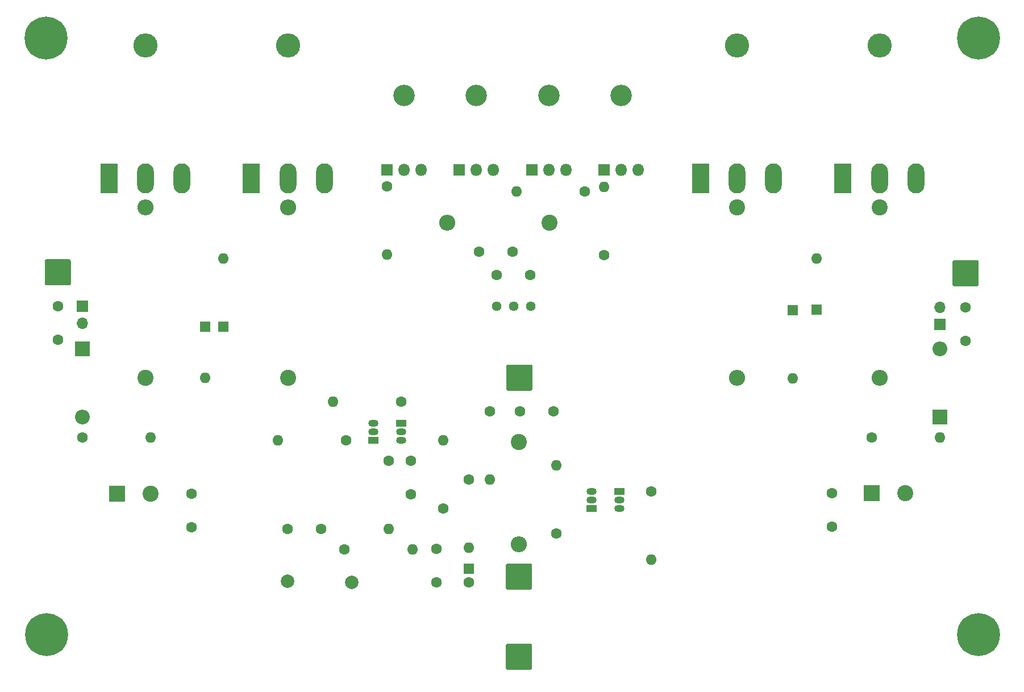
<source format=gbr>
G04 #@! TF.GenerationSoftware,KiCad,Pcbnew,(5.1.12-1-10_14)*
G04 #@! TF.CreationDate,2021-12-08T14:07:12+01:00*
G04 #@! TF.ProjectId,amp-mosfet-160w,616d702d-6d6f-4736-9665-742d31363077,rev?*
G04 #@! TF.SameCoordinates,Original*
G04 #@! TF.FileFunction,Soldermask,Top*
G04 #@! TF.FilePolarity,Negative*
%FSLAX46Y46*%
G04 Gerber Fmt 4.6, Leading zero omitted, Abs format (unit mm)*
G04 Created by KiCad (PCBNEW (5.1.12-1-10_14)) date 2021-12-08 14:07:12*
%MOMM*%
%LPD*%
G01*
G04 APERTURE LIST*
%ADD10C,2.400000*%
%ADD11R,2.400000X2.400000*%
%ADD12C,0.800000*%
%ADD13C,6.400000*%
%ADD14C,2.000000*%
%ADD15C,1.600000*%
%ADD16C,1.440000*%
%ADD17O,2.400000X2.400000*%
%ADD18O,1.600000X1.600000*%
%ADD19O,2.500000X4.500000*%
%ADD20R,2.500000X4.500000*%
%ADD21O,3.600000X3.600000*%
%ADD22O,1.800000X1.800000*%
%ADD23R,1.800000X1.800000*%
%ADD24O,3.200000X3.200000*%
%ADD25R,1.500000X1.050000*%
%ADD26O,1.500000X1.050000*%
%ADD27O,1.700000X1.700000*%
%ADD28R,1.700000X1.700000*%
%ADD29O,2.200000X2.200000*%
%ADD30R,2.200000X2.200000*%
%ADD31R,1.600000X1.600000*%
G04 APERTURE END LIST*
D10*
X81153000Y-110490000D03*
D11*
X76153000Y-110490000D03*
D10*
X193595000Y-110363000D03*
D11*
X188595000Y-110363000D03*
D12*
X67229056Y-40847944D03*
X65532000Y-40145000D03*
X63834944Y-40847944D03*
X63132000Y-42545000D03*
X63834944Y-44242056D03*
X65532000Y-44945000D03*
X67229056Y-44242056D03*
X67932000Y-42545000D03*
D13*
X65532000Y-42545000D03*
D12*
X206167056Y-40847944D03*
X204470000Y-40145000D03*
X202772944Y-40847944D03*
X202070000Y-42545000D03*
X202772944Y-44242056D03*
X204470000Y-44945000D03*
X206167056Y-44242056D03*
X206870000Y-42545000D03*
D13*
X204470000Y-42545000D03*
D14*
X111125000Y-123698000D03*
X101536500Y-123507500D03*
D15*
X67310000Y-82550000D03*
X67310000Y-87550000D03*
X202565000Y-87677000D03*
X202565000Y-82677000D03*
D16*
X132715000Y-82550000D03*
X135255000Y-82550000D03*
X137795000Y-82550000D03*
D17*
X189738000Y-93218000D03*
D10*
X189738000Y-67818000D03*
D17*
X168529000Y-93218000D03*
D10*
X168529000Y-67818000D03*
D18*
X135636000Y-65405000D03*
D15*
X145796000Y-65405000D03*
D17*
X136017000Y-117983000D03*
D10*
X136017000Y-102743000D03*
D18*
X81153000Y-102108000D03*
D15*
X70993000Y-102108000D03*
D18*
X198755000Y-102108000D03*
D15*
X188595000Y-102108000D03*
D17*
X101600000Y-67818000D03*
D10*
X101600000Y-93218000D03*
D17*
X80391000Y-67818000D03*
D10*
X80391000Y-93218000D03*
D18*
X116332000Y-74803000D03*
D15*
X116332000Y-64643000D03*
D18*
X131699000Y-108331000D03*
D15*
X131699000Y-98171000D03*
D18*
X128524000Y-118491000D03*
D15*
X128524000Y-108331000D03*
D17*
X125349000Y-70104000D03*
D10*
X140589000Y-70104000D03*
D18*
X148717000Y-64770000D03*
D15*
X148717000Y-74930000D03*
D18*
X100076000Y-102489000D03*
D15*
X110236000Y-102489000D03*
D18*
X124714000Y-102489000D03*
D15*
X124714000Y-112649000D03*
D18*
X141605000Y-106235500D03*
D15*
X141605000Y-116395500D03*
D18*
X108331000Y-96774000D03*
D15*
X118491000Y-96774000D03*
D18*
X155702000Y-120269000D03*
D15*
X155702000Y-110109000D03*
D18*
X116586000Y-115697000D03*
D15*
X116586000Y-105537000D03*
D18*
X120142000Y-118745000D03*
D15*
X109982000Y-118745000D03*
D19*
X195177000Y-63500000D03*
X189727000Y-63500000D03*
D20*
X184277000Y-63500000D03*
D21*
X189727000Y-43640000D03*
D19*
X107039000Y-63500000D03*
X101589000Y-63500000D03*
D20*
X96139000Y-63500000D03*
D21*
X101589000Y-43640000D03*
D22*
X132207000Y-62230000D03*
X129667000Y-62230000D03*
D23*
X127127000Y-62230000D03*
D24*
X129667000Y-51130000D03*
D22*
X143002000Y-62230000D03*
X140462000Y-62230000D03*
D23*
X137922000Y-62230000D03*
D24*
X140462000Y-51130000D03*
D25*
X114363500Y-102489000D03*
D26*
X114363500Y-99949000D03*
X114363500Y-101219000D03*
D25*
X146812000Y-112649000D03*
D26*
X146812000Y-110109000D03*
X146812000Y-111379000D03*
D25*
X151003000Y-110109000D03*
D26*
X151003000Y-112649000D03*
X151003000Y-111379000D03*
D19*
X173968000Y-63500000D03*
X168518000Y-63500000D03*
D20*
X163068000Y-63500000D03*
D21*
X168518000Y-43640000D03*
D19*
X85830000Y-63500000D03*
X80380000Y-63500000D03*
D20*
X74930000Y-63500000D03*
D21*
X80380000Y-43640000D03*
D22*
X153797000Y-62230000D03*
X151257000Y-62230000D03*
D23*
X148717000Y-62230000D03*
D24*
X151257000Y-51130000D03*
D22*
X121412000Y-62230000D03*
X118872000Y-62230000D03*
D23*
X116332000Y-62230000D03*
D24*
X118872000Y-51130000D03*
D25*
X118491000Y-99949000D03*
D26*
X118491000Y-102489000D03*
X118491000Y-101219000D03*
D12*
X206167056Y-129747944D03*
X204470000Y-129045000D03*
X202772944Y-129747944D03*
X202070000Y-131445000D03*
X202772944Y-133142056D03*
X204470000Y-133845000D03*
X206167056Y-133142056D03*
X206870000Y-131445000D03*
D13*
X204470000Y-131445000D03*
D12*
X67310000Y-129747944D03*
X65612944Y-129045000D03*
X63915888Y-129747944D03*
X63212944Y-131445000D03*
X63915888Y-133142056D03*
X65612944Y-133845000D03*
X67310000Y-133142056D03*
X68012944Y-131445000D03*
D13*
X65612944Y-131445000D03*
D27*
X70993000Y-85090000D03*
D28*
X70993000Y-82550000D03*
D27*
X198755000Y-82677000D03*
D28*
X198755000Y-85217000D03*
G36*
G01*
X134067000Y-136446999D02*
X134067000Y-133047001D01*
G75*
G02*
X134317001Y-132797000I250001J0D01*
G01*
X137716999Y-132797000D01*
G75*
G02*
X137967000Y-133047001I0J-250001D01*
G01*
X137967000Y-136446999D01*
G75*
G02*
X137716999Y-136697000I-250001J0D01*
G01*
X134317001Y-136697000D01*
G75*
G02*
X134067000Y-136446999I0J250001D01*
G01*
G37*
G36*
G01*
X134067000Y-124508999D02*
X134067000Y-121109001D01*
G75*
G02*
X134317001Y-120859000I250001J0D01*
G01*
X137716999Y-120859000D01*
G75*
G02*
X137967000Y-121109001I0J-250001D01*
G01*
X137967000Y-124508999D01*
G75*
G02*
X137716999Y-124759000I-250001J0D01*
G01*
X134317001Y-124759000D01*
G75*
G02*
X134067000Y-124508999I0J250001D01*
G01*
G37*
G36*
G01*
X134130500Y-94854499D02*
X134130500Y-91454501D01*
G75*
G02*
X134380501Y-91204500I250001J0D01*
G01*
X137780499Y-91204500D01*
G75*
G02*
X138030500Y-91454501I0J-250001D01*
G01*
X138030500Y-94854499D01*
G75*
G02*
X137780499Y-95104500I-250001J0D01*
G01*
X134380501Y-95104500D01*
G75*
G02*
X134130500Y-94854499I0J250001D01*
G01*
G37*
G36*
G01*
X65360000Y-79169999D02*
X65360000Y-75770001D01*
G75*
G02*
X65610001Y-75520000I250001J0D01*
G01*
X69009999Y-75520000D01*
G75*
G02*
X69260000Y-75770001I0J-250001D01*
G01*
X69260000Y-79169999D01*
G75*
G02*
X69009999Y-79420000I-250001J0D01*
G01*
X65610001Y-79420000D01*
G75*
G02*
X65360000Y-79169999I0J250001D01*
G01*
G37*
G36*
G01*
X200615000Y-79296999D02*
X200615000Y-75897001D01*
G75*
G02*
X200865001Y-75647000I250001J0D01*
G01*
X204264999Y-75647000D01*
G75*
G02*
X204515000Y-75897001I0J-250001D01*
G01*
X204515000Y-79296999D01*
G75*
G02*
X204264999Y-79547000I-250001J0D01*
G01*
X200865001Y-79547000D01*
G75*
G02*
X200615000Y-79296999I0J250001D01*
G01*
G37*
D29*
X70993000Y-99060000D03*
D30*
X70993000Y-88900000D03*
D29*
X198755000Y-88900000D03*
D30*
X198755000Y-99060000D03*
D18*
X91948000Y-75438000D03*
D31*
X91948000Y-85598000D03*
D18*
X89281000Y-93218000D03*
D31*
X89281000Y-85598000D03*
D18*
X176847500Y-93281500D03*
D31*
X176847500Y-83121500D03*
D18*
X180340000Y-75438000D03*
D31*
X180340000Y-83058000D03*
D15*
X141144000Y-98171000D03*
X136144000Y-98171000D03*
X87249000Y-110490000D03*
X87249000Y-115490000D03*
X182626000Y-115363000D03*
X182626000Y-110363000D03*
X137715000Y-77851000D03*
X132715000Y-77851000D03*
X123698000Y-123681500D03*
X123698000Y-118681500D03*
X128524000Y-123666000D03*
D31*
X128524000Y-121666000D03*
D15*
X130048000Y-74422000D03*
X135048000Y-74422000D03*
X119888000Y-110537000D03*
X119888000Y-105537000D03*
X101553000Y-115697000D03*
X106553000Y-115697000D03*
M02*

</source>
